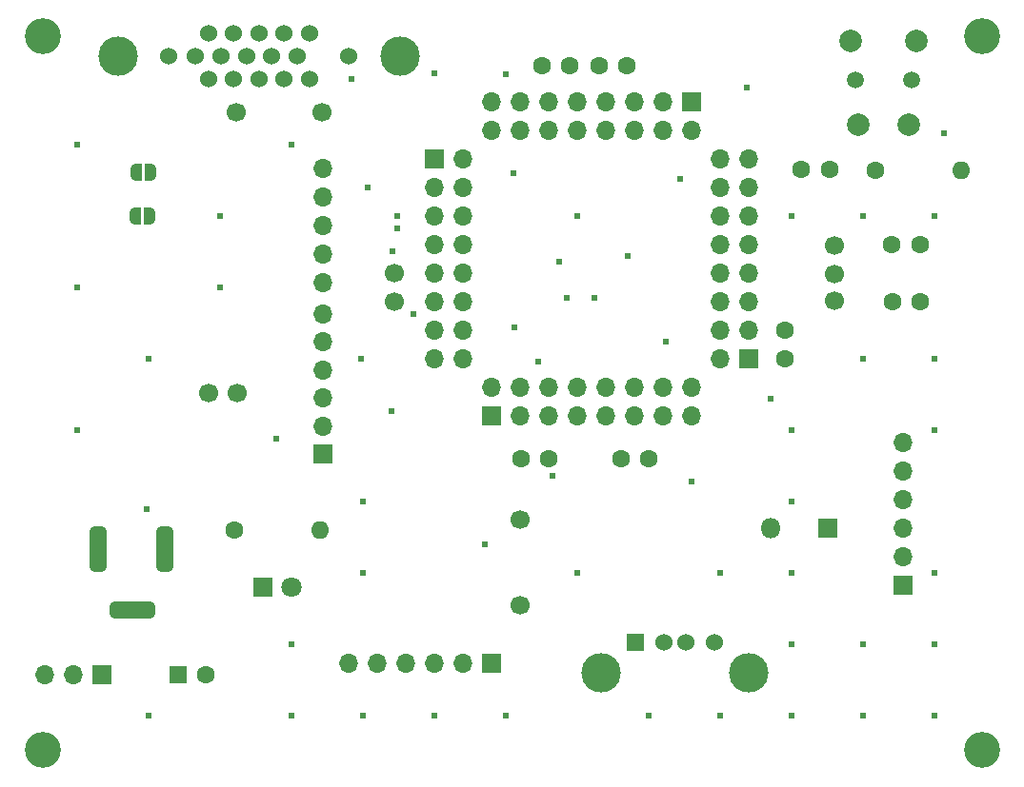
<source format=gbs>
%TF.GenerationSoftware,KiCad,Pcbnew,7.0.5*%
%TF.CreationDate,2023-07-08T16:14:15+09:00*%
%TF.ProjectId,mz80emu-vga,6d7a3830-656d-4752-9d76-67612e6b6963,2.0*%
%TF.SameCoordinates,PX5f5e100PY8f872a0*%
%TF.FileFunction,Soldermask,Bot*%
%TF.FilePolarity,Negative*%
%FSLAX46Y46*%
G04 Gerber Fmt 4.6, Leading zero omitted, Abs format (unit mm)*
G04 Created by KiCad (PCBNEW 7.0.5) date 2023-07-08 16:14:15*
%MOMM*%
%LPD*%
G01*
G04 APERTURE LIST*
G04 Aperture macros list*
%AMRoundRect*
0 Rectangle with rounded corners*
0 $1 Rounding radius*
0 $2 $3 $4 $5 $6 $7 $8 $9 X,Y pos of 4 corners*
0 Add a 4 corners polygon primitive as box body*
4,1,4,$2,$3,$4,$5,$6,$7,$8,$9,$2,$3,0*
0 Add four circle primitives for the rounded corners*
1,1,$1+$1,$2,$3*
1,1,$1+$1,$4,$5*
1,1,$1+$1,$6,$7*
1,1,$1+$1,$8,$9*
0 Add four rect primitives between the rounded corners*
20,1,$1+$1,$2,$3,$4,$5,0*
20,1,$1+$1,$4,$5,$6,$7,0*
20,1,$1+$1,$6,$7,$8,$9,0*
20,1,$1+$1,$8,$9,$2,$3,0*%
%AMFreePoly0*
4,1,19,0.500000,-0.750000,0.000000,-0.750000,0.000000,-0.744911,-0.071157,-0.744911,-0.207708,-0.704816,-0.327430,-0.627875,-0.420627,-0.520320,-0.479746,-0.390866,-0.500000,-0.250000,-0.500000,0.250000,-0.479746,0.390866,-0.420627,0.520320,-0.327430,0.627875,-0.207708,0.704816,-0.071157,0.744911,0.000000,0.744911,0.000000,0.750000,0.500000,0.750000,0.500000,-0.750000,0.500000,-0.750000,
$1*%
%AMFreePoly1*
4,1,19,0.000000,0.744911,0.071157,0.744911,0.207708,0.704816,0.327430,0.627875,0.420627,0.520320,0.479746,0.390866,0.500000,0.250000,0.500000,-0.250000,0.479746,-0.390866,0.420627,-0.520320,0.327430,-0.627875,0.207708,-0.704816,0.071157,-0.744911,0.000000,-0.744911,0.000000,-0.750000,-0.500000,-0.750000,-0.500000,0.750000,0.000000,0.750000,0.000000,0.744911,0.000000,0.744911,
$1*%
G04 Aperture macros list end*
%ADD10C,3.200000*%
%ADD11R,1.700000X1.700000*%
%ADD12O,1.700000X1.700000*%
%ADD13R,1.800000X1.800000*%
%ADD14C,1.800000*%
%ADD15C,1.700000*%
%ADD16C,1.600000*%
%ADD17C,1.500000*%
%ADD18C,2.000000*%
%ADD19O,1.600000X1.600000*%
%ADD20RoundRect,0.375000X-0.375000X-1.625000X0.375000X-1.625000X0.375000X1.625000X-0.375000X1.625000X0*%
%ADD21RoundRect,0.375000X1.625000X-0.375000X1.625000X0.375000X-1.625000X0.375000X-1.625000X-0.375000X0*%
%ADD22O,1.800000X1.800000*%
%ADD23FreePoly0,0.000000*%
%ADD24FreePoly1,0.000000*%
%ADD25R,1.524000X1.524000*%
%ADD26C,1.524000*%
%ADD27C,3.500000*%
%ADD28C,1.524400*%
%ADD29R,1.600000X1.600000*%
%ADD30C,0.605000*%
G04 APERTURE END LIST*
D10*
X86750000Y3250000D03*
X3250000Y3250000D03*
D11*
X66040000Y38100000D03*
D12*
X63500000Y38100000D03*
X66040000Y40640000D03*
X63500000Y40640000D03*
X66040000Y43180000D03*
X63500000Y43180000D03*
X66040000Y45720000D03*
X63500000Y45720000D03*
X66040000Y48260000D03*
X63500000Y48260000D03*
X66040000Y50800000D03*
X63500000Y50800000D03*
X66040000Y53340000D03*
X63500000Y53340000D03*
X66040000Y55880000D03*
X63500000Y55880000D03*
D13*
X22860000Y17780000D03*
D14*
X25400000Y17780000D03*
D11*
X43180000Y33020000D03*
D12*
X43180000Y35560000D03*
X45720000Y33020000D03*
X45720000Y35560000D03*
X48260000Y33020000D03*
X48260000Y35560000D03*
X50800000Y33020000D03*
X50800000Y35560000D03*
X53340000Y33020000D03*
X53340000Y35560000D03*
X55880000Y33020000D03*
X55880000Y35560000D03*
X58420000Y33020000D03*
X58420000Y35560000D03*
X60960000Y33020000D03*
X60960000Y35560000D03*
D10*
X86750000Y66750000D03*
D15*
X34544000Y43180000D03*
X34544000Y45680000D03*
D16*
X54650000Y29210000D03*
X57150000Y29210000D03*
D17*
X80500000Y62875000D03*
X75500000Y62875000D03*
D18*
X80250000Y58875000D03*
X75750000Y58875000D03*
X80900000Y66375000D03*
X75100000Y66375000D03*
D16*
X20320000Y22860000D03*
D19*
X27940000Y22860000D03*
D20*
X8170000Y21120000D03*
X14170000Y21120000D03*
D21*
X11220000Y15720000D03*
D15*
X73650000Y48150000D03*
X73650000Y43250000D03*
X73650000Y45610000D03*
D13*
X73045000Y22980000D03*
D22*
X67965000Y22980000D03*
D16*
X52705000Y64135000D03*
X55205000Y64135000D03*
D23*
X11470000Y50820000D03*
D24*
X12770000Y50820000D03*
D25*
X55970000Y12870000D03*
D26*
X58470000Y12870000D03*
X60470000Y12870000D03*
X62970000Y12870000D03*
D27*
X52900000Y10160000D03*
X66040000Y10160000D03*
D11*
X8540000Y10000000D03*
D12*
X6000000Y10000000D03*
X3460000Y10000000D03*
D11*
X79760000Y17920000D03*
D12*
X79760000Y20460000D03*
X79760000Y23000000D03*
X79760000Y25540000D03*
X79760000Y28080000D03*
X79760000Y30620000D03*
D11*
X60960000Y60960000D03*
D12*
X60960000Y58420000D03*
X58420000Y60960000D03*
X58420000Y58420000D03*
X55880000Y60960000D03*
X55880000Y58420000D03*
X53340000Y60960000D03*
X53340000Y58420000D03*
X50800000Y60960000D03*
X50800000Y58420000D03*
X48260000Y60960000D03*
X48260000Y58420000D03*
X45720000Y60960000D03*
X45720000Y58420000D03*
X43180000Y60960000D03*
X43180000Y58420000D03*
D10*
X3250000Y66750000D03*
D11*
X38100000Y55880000D03*
D12*
X40640000Y55880000D03*
X38100000Y53340000D03*
X40640000Y53340000D03*
X38100000Y50800000D03*
X40640000Y50800000D03*
X38100000Y48260000D03*
X40640000Y48260000D03*
X38100000Y45720000D03*
X40640000Y45720000D03*
X38100000Y43180000D03*
X40640000Y43180000D03*
X38100000Y40640000D03*
X40640000Y40640000D03*
X38100000Y38100000D03*
X40640000Y38100000D03*
D15*
X20460000Y60000000D03*
X28080000Y60000000D03*
D16*
X78740000Y48260000D03*
X81240000Y48260000D03*
D11*
X43180000Y11000000D03*
D12*
X40640000Y11000000D03*
X38100000Y11000000D03*
X35560000Y11000000D03*
X33020000Y11000000D03*
X30480000Y11000000D03*
D11*
X28160000Y29600000D03*
D12*
X28220000Y32100000D03*
X28160000Y34600000D03*
X28220000Y37100000D03*
X28160000Y39600000D03*
X28220000Y42100000D03*
X28220000Y44880000D03*
X28220000Y47420000D03*
X28220000Y49960000D03*
X28220000Y52500000D03*
X28220000Y55040000D03*
D15*
X18020000Y35060000D03*
X20560000Y35060000D03*
D16*
X78780000Y43180000D03*
X81280000Y43180000D03*
X73210000Y54950000D03*
X70710000Y54950000D03*
X77280000Y54820000D03*
D19*
X84900000Y54820000D03*
D16*
X69215000Y40600000D03*
X69215000Y38100000D03*
X47625000Y64135000D03*
X50125000Y64135000D03*
D15*
X45750000Y23780000D03*
X45750000Y16160000D03*
D27*
X10000000Y65000000D03*
D26*
X14500000Y65000000D03*
X30500000Y65000000D03*
D27*
X35000000Y65000000D03*
D26*
X18000000Y63000000D03*
X20250000Y63000000D03*
X22500000Y63000000D03*
X24750000Y63000000D03*
X27000000Y63000000D03*
X16875000Y65000000D03*
X19125000Y65000000D03*
D28*
X21375000Y65000000D03*
D26*
X23625000Y65000000D03*
X25875000Y65000000D03*
X18000000Y67000000D03*
X20250000Y67000000D03*
X22500000Y67000000D03*
X24750000Y67000000D03*
X27000000Y67000000D03*
D16*
X45760000Y29210000D03*
X48260000Y29210000D03*
D23*
X11570000Y54640000D03*
D24*
X12870000Y54640000D03*
D29*
X15280000Y10000000D03*
D16*
X17780000Y10000000D03*
D30*
X34300000Y33390000D03*
X6350000Y57150000D03*
X82550000Y12700000D03*
X82550000Y38100000D03*
X45080000Y54570000D03*
X25400000Y12700000D03*
X83400000Y58150000D03*
X82550000Y50800000D03*
X25400000Y57150000D03*
X6350000Y44450000D03*
X31531242Y38084358D03*
X50800000Y19050000D03*
X44450000Y6350000D03*
X25400000Y6350000D03*
X52330000Y43520000D03*
X82550000Y6350000D03*
X30730000Y62950000D03*
X12700000Y6350000D03*
X44450000Y63380600D03*
X12550000Y24720000D03*
X6350000Y31750000D03*
X76200000Y50800000D03*
X76200000Y12700000D03*
X76200000Y38100000D03*
X19050000Y44450000D03*
X19050000Y50800000D03*
X69850000Y25400000D03*
X59960000Y54090000D03*
X36190000Y42040000D03*
X24000000Y31000000D03*
X31750000Y19050000D03*
X65860000Y62190000D03*
X76200000Y6350000D03*
X31750000Y25400000D03*
X69850000Y6350000D03*
X48551205Y27648795D03*
X38100000Y6350000D03*
X69850000Y19050000D03*
X82550000Y31750000D03*
X55300000Y47210000D03*
X58670000Y39580000D03*
X57150000Y6350000D03*
X69850000Y50800000D03*
X69850000Y12700000D03*
X45230000Y40890000D03*
X49160000Y46710000D03*
X31750000Y6350000D03*
X12700000Y38100000D03*
X34360000Y47660000D03*
X63500000Y19050000D03*
X63500000Y6350000D03*
X69850000Y31750000D03*
X38100000Y63500000D03*
X42545000Y21590000D03*
X50800000Y50800000D03*
X49824998Y43474998D03*
X82550000Y19050000D03*
X47320000Y37810000D03*
X60980000Y27185598D03*
X67960000Y34530000D03*
X32175100Y53310000D03*
X34780000Y50790000D03*
X34800000Y49720000D03*
M02*

</source>
